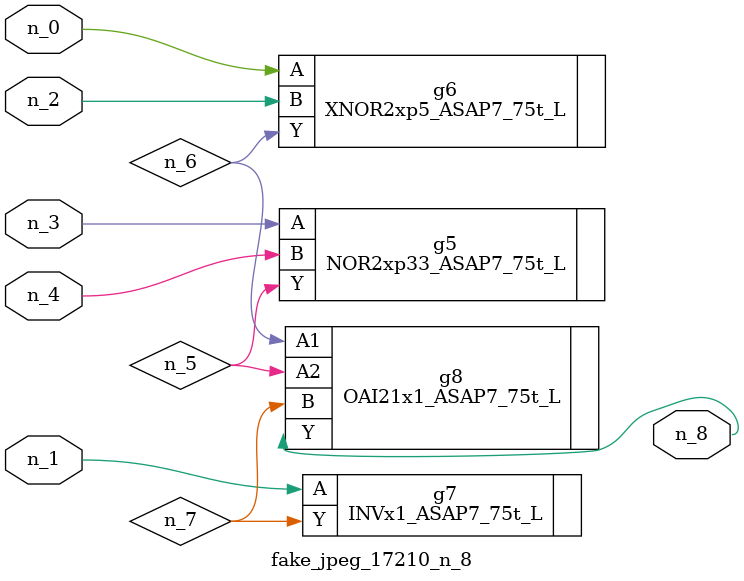
<source format=v>
module fake_jpeg_17210_n_8 (n_3, n_2, n_1, n_0, n_4, n_8);

input n_3;
input n_2;
input n_1;
input n_0;
input n_4;

output n_8;

wire n_6;
wire n_5;
wire n_7;

NOR2xp33_ASAP7_75t_L g5 ( 
.A(n_3),
.B(n_4),
.Y(n_5)
);

XNOR2xp5_ASAP7_75t_L g6 ( 
.A(n_0),
.B(n_2),
.Y(n_6)
);

INVx1_ASAP7_75t_L g7 ( 
.A(n_1),
.Y(n_7)
);

OAI21x1_ASAP7_75t_L g8 ( 
.A1(n_6),
.A2(n_5),
.B(n_7),
.Y(n_8)
);


endmodule
</source>
